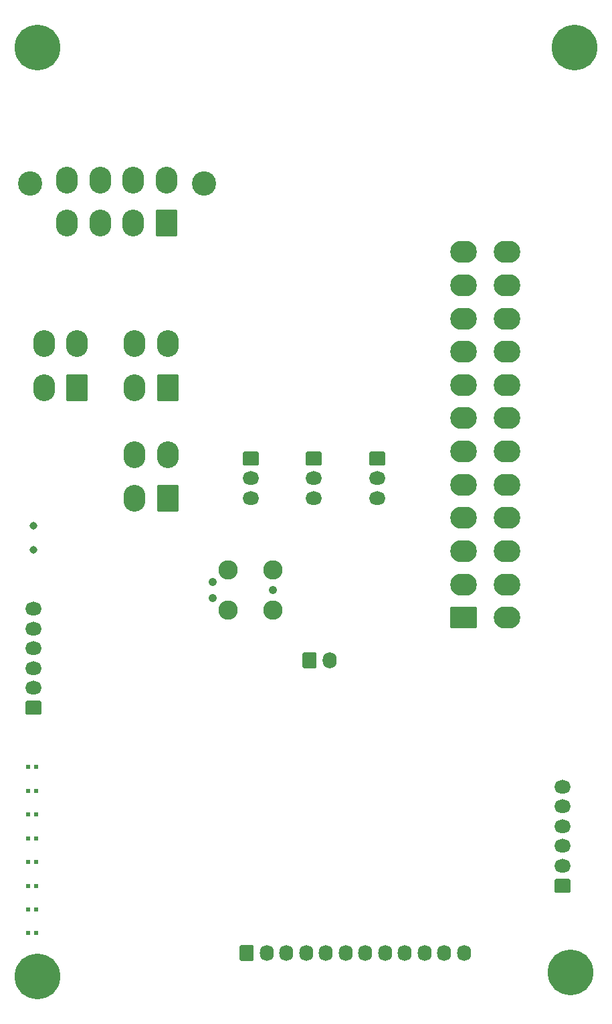
<source format=gbs>
%FSLAX23Y23*%
%MOIN*%
%SFA1B1*%

%IPPOS*%
%AMD88*
4,1,8,-0.048400,-0.066500,0.048400,-0.066500,0.054600,-0.060200,0.054600,0.060200,0.048400,0.066500,-0.048400,0.066500,-0.054600,0.060200,-0.054600,-0.060200,-0.048400,-0.066500,0.0*
1,1,0.012560,-0.048400,-0.060200*
1,1,0.012560,0.048400,-0.060200*
1,1,0.012560,0.048400,0.060200*
1,1,0.012560,-0.048400,0.060200*
%
%AMD89*
4,1,8,0.000000,-0.066500,0.000000,-0.066500,0.054600,-0.011800,0.054600,0.011800,0.000000,0.066500,0.000000,0.066500,-0.054600,0.011800,-0.054600,-0.011800,0.000000,-0.066500,0.0*
1,1,0.109300,0.000000,-0.011800*
1,1,0.109300,0.000000,-0.011800*
1,1,0.109300,0.000000,0.011800*
1,1,0.109300,0.000000,0.011800*
%
%AMD90*
4,1,8,0.039900,-0.028400,0.039900,0.028400,0.033400,0.035000,-0.033400,0.035000,-0.039900,0.028400,-0.039900,-0.028400,-0.033400,-0.035000,0.033400,-0.035000,0.039900,-0.028400,0.0*
1,1,0.013040,0.033400,-0.028400*
1,1,0.013040,0.033400,0.028400*
1,1,0.013040,-0.033400,0.028400*
1,1,0.013040,-0.033400,-0.028400*
%
%AMD91*
4,1,8,0.039900,0.000000,0.039900,0.000000,0.004900,0.035000,-0.004900,0.035000,-0.039900,0.000000,-0.039900,0.000000,-0.004900,-0.035000,0.004900,-0.035000,0.039900,0.000000,0.0*
1,1,0.069920,0.004900,0.000000*
1,1,0.069920,0.004900,0.000000*
1,1,0.069920,-0.004900,0.000000*
1,1,0.069920,-0.004900,0.000000*
%
%AMD92*
4,1,8,0.000000,0.040900,0.000000,0.040900,-0.035000,0.005900,-0.035000,-0.005900,0.000000,-0.040900,0.000000,-0.040900,0.035000,-0.005900,0.035000,0.005900,0.000000,0.040900,0.0*
1,1,0.069920,0.000000,0.005900*
1,1,0.069920,0.000000,0.005900*
1,1,0.069920,0.000000,-0.005900*
1,1,0.069920,0.000000,-0.005900*
%
%AMD93*
4,1,8,0.028400,0.040900,-0.028400,0.040900,-0.035000,0.034300,-0.035000,-0.034300,-0.028400,-0.040900,0.028400,-0.040900,0.035000,-0.034300,0.035000,0.034300,0.028400,0.040900,0.0*
1,1,0.013040,0.028400,0.034300*
1,1,0.013040,-0.028400,0.034300*
1,1,0.013040,-0.028400,-0.034300*
1,1,0.013040,0.028400,-0.034300*
%
%AMD95*
4,1,8,0.000000,0.039900,0.000000,0.039900,-0.035000,0.004900,-0.035000,-0.004900,0.000000,-0.039900,0.000000,-0.039900,0.035000,-0.004900,0.035000,0.004900,0.000000,0.039900,0.0*
1,1,0.069920,0.000000,0.004900*
1,1,0.069920,0.000000,0.004900*
1,1,0.069920,0.000000,-0.004900*
1,1,0.069920,0.000000,-0.004900*
%
%AMD96*
4,1,8,0.028400,0.039900,-0.028400,0.039900,-0.035000,0.033400,-0.035000,-0.033400,-0.028400,-0.039900,0.028400,-0.039900,0.035000,-0.033400,0.035000,0.033400,0.028400,0.039900,0.0*
1,1,0.013040,0.028400,0.033400*
1,1,0.013040,-0.028400,0.033400*
1,1,0.013040,-0.028400,-0.033400*
1,1,0.013040,0.028400,-0.033400*
%
%AMD100*
4,1,8,-0.066500,0.048400,-0.066500,-0.048400,-0.060200,-0.054600,0.060200,-0.054600,0.066500,-0.048400,0.066500,0.048400,0.060200,0.054600,-0.060200,0.054600,-0.066500,0.048400,0.0*
1,1,0.012560,-0.060200,0.048400*
1,1,0.012560,-0.060200,-0.048400*
1,1,0.012560,0.060200,-0.048400*
1,1,0.012560,0.060200,0.048400*
%
%AMD101*
4,1,8,-0.066500,0.000000,-0.066500,0.000000,-0.011800,-0.054600,0.011800,-0.054600,0.066500,0.000000,0.066500,0.000000,0.011800,0.054600,-0.011800,0.054600,-0.066500,0.000000,0.0*
1,1,0.109300,-0.011800,0.000000*
1,1,0.109300,-0.011800,0.000000*
1,1,0.109300,0.011800,0.000000*
1,1,0.109300,0.011800,0.000000*
%
%ADD67R,0.022990X0.024990*%
G04~CAMADD=88~8~0.0~0.0~1092.9~1329.1~62.8~0.0~15~0.0~0.0~0.0~0.0~0~0.0~0.0~0.0~0.0~0~0.0~0.0~0.0~180.0~1094.0~1329.0*
%ADD88D88*%
G04~CAMADD=89~8~0.0~0.0~1092.9~1329.1~546.5~0.0~15~0.0~0.0~0.0~0.0~0~0.0~0.0~0.0~0.0~0~0.0~0.0~0.0~180.0~1094.0~1329.0*
%ADD89D89*%
G04~CAMADD=90~8~0.0~0.0~699.2~797.6~65.2~0.0~15~0.0~0.0~0.0~0.0~0~0.0~0.0~0.0~0.0~0~0.0~0.0~0.0~270.0~798.0~700.0*
%ADD90D90*%
G04~CAMADD=91~8~0.0~0.0~699.2~797.6~349.6~0.0~15~0.0~0.0~0.0~0.0~0~0.0~0.0~0.0~0.0~0~0.0~0.0~0.0~270.0~798.0~700.0*
%ADD91D91*%
G04~CAMADD=92~8~0.0~0.0~699.2~817.3~349.6~0.0~15~0.0~0.0~0.0~0.0~0~0.0~0.0~0.0~0.0~0~0.0~0.0~0.0~0.0~699.2~817.3*
%ADD92D92*%
G04~CAMADD=93~8~0.0~0.0~699.2~817.3~65.2~0.0~15~0.0~0.0~0.0~0.0~0~0.0~0.0~0.0~0.0~0~0.0~0.0~0.0~0.0~699.2~817.3*
%ADD93D93*%
%ADD94C,0.038420*%
G04~CAMADD=95~8~0.0~0.0~699.2~797.6~349.6~0.0~15~0.0~0.0~0.0~0.0~0~0.0~0.0~0.0~0.0~0~0.0~0.0~0.0~0.0~699.2~797.6*
%ADD95D95*%
G04~CAMADD=96~8~0.0~0.0~699.2~797.6~65.2~0.0~15~0.0~0.0~0.0~0.0~0~0.0~0.0~0.0~0.0~0~0.0~0.0~0.0~0.0~699.2~797.6*
%ADD96D96*%
%ADD97C,0.041990*%
%ADD98C,0.096490*%
%ADD99C,0.227400*%
G04~CAMADD=100~8~0.0~0.0~1092.9~1329.1~62.8~0.0~15~0.0~0.0~0.0~0.0~0~0.0~0.0~0.0~0.0~0~0.0~0.0~0.0~90.0~1330.0~1093.0*
%ADD100D100*%
G04~CAMADD=101~8~0.0~0.0~1092.9~1329.1~546.5~0.0~15~0.0~0.0~0.0~0.0~0~0.0~0.0~0.0~0.0~0~0.0~0.0~0.0~90.0~1330.0~1093.0*
%ADD101D101*%
%ADD102C,0.121100*%
%LNbenchypowersupplypcb-1*%
%LPD*%
G54D67*
X287Y1141D03*
X327D03*
X287Y1377D03*
X327D03*
X287Y905D03*
X327D03*
X287Y787D03*
X327D03*
X287Y1259D03*
X327D03*
X287Y1496D03*
X327D03*
X287Y1023D03*
X327D03*
X287Y669D03*
X327D03*
G54D88*
X531Y3385D03*
X984D03*
Y2834D03*
X977Y4202D03*
G54D89*
X366Y3385D03*
X531Y3602D03*
X366D03*
X818Y3385D03*
X984Y3602D03*
X818D03*
Y3051D03*
X984D03*
X818Y2834D03*
X812Y4202D03*
X647D03*
X481D03*
X977Y4418D03*
X812D03*
X647D03*
X481D03*
G54D90*
X2027Y3031D03*
X1712D03*
X1397D03*
X2952Y905D03*
X314Y1791D03*
G54D91*
X2027Y2933D03*
Y2834D03*
X1712Y2933D03*
Y2834D03*
X1397Y2933D03*
Y2834D03*
X2952Y1003D03*
Y1102D03*
Y1200D03*
Y1299D03*
Y1397D03*
X314Y1889D03*
Y1988D03*
Y2086D03*
Y2185D03*
Y2283D03*
G54D92*
X1791Y2027D03*
G54D93*
X1692Y2027D03*
G54D94*
X314Y2578D03*
Y2696D03*
G54D95*
X2460Y570D03*
X2362D03*
X2263D03*
X2165D03*
X2066D03*
X1968D03*
X1870D03*
X1771D03*
X1673D03*
X1574D03*
X1476D03*
G54D96*
X1377Y570D03*
G54D97*
X1208Y2416D03*
Y2336D03*
X1508Y2376D03*
G54D98*
X1508Y2276D03*
X1283Y2476D03*
Y2276D03*
X1508Y2476D03*
G54D99*
X2992Y472D03*
X334Y452D03*
Y5078D03*
X3011D03*
G54D100*
X2456Y2240D03*
G54D101*
X2456Y2405D03*
Y2570D03*
Y2736D03*
Y2901D03*
Y3066D03*
Y3232D03*
Y3397D03*
Y3562D03*
Y3728D03*
Y3893D03*
Y4059D03*
X2673Y2240D03*
Y2405D03*
Y2570D03*
Y2736D03*
Y2901D03*
Y3066D03*
Y3232D03*
Y3397D03*
Y3562D03*
Y3728D03*
Y3893D03*
Y4059D03*
G54D102*
X1163Y4400D03*
X296D03*
M02*
</source>
